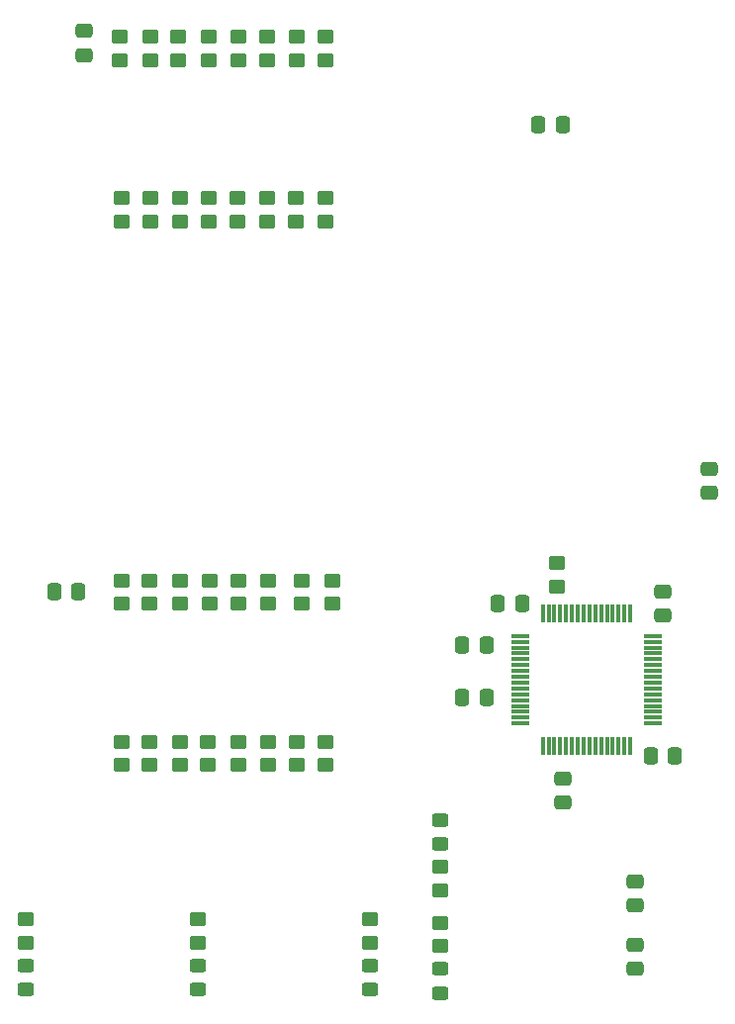
<source format=gbr>
%TF.GenerationSoftware,KiCad,Pcbnew,8.0.3*%
%TF.CreationDate,2024-08-01T08:19:37+01:00*%
%TF.ProjectId,controller,636f6e74-726f-46c6-9c65-722e6b696361,rev?*%
%TF.SameCoordinates,Original*%
%TF.FileFunction,Paste,Top*%
%TF.FilePolarity,Positive*%
%FSLAX46Y46*%
G04 Gerber Fmt 4.6, Leading zero omitted, Abs format (unit mm)*
G04 Created by KiCad (PCBNEW 8.0.3) date 2024-08-01 08:19:37*
%MOMM*%
%LPD*%
G01*
G04 APERTURE LIST*
G04 Aperture macros list*
%AMRoundRect*
0 Rectangle with rounded corners*
0 $1 Rounding radius*
0 $2 $3 $4 $5 $6 $7 $8 $9 X,Y pos of 4 corners*
0 Add a 4 corners polygon primitive as box body*
4,1,4,$2,$3,$4,$5,$6,$7,$8,$9,$2,$3,0*
0 Add four circle primitives for the rounded corners*
1,1,$1+$1,$2,$3*
1,1,$1+$1,$4,$5*
1,1,$1+$1,$6,$7*
1,1,$1+$1,$8,$9*
0 Add four rect primitives between the rounded corners*
20,1,$1+$1,$2,$3,$4,$5,0*
20,1,$1+$1,$4,$5,$6,$7,0*
20,1,$1+$1,$6,$7,$8,$9,0*
20,1,$1+$1,$8,$9,$2,$3,0*%
G04 Aperture macros list end*
%ADD10RoundRect,0.250000X0.450000X-0.350000X0.450000X0.350000X-0.450000X0.350000X-0.450000X-0.350000X0*%
%ADD11RoundRect,0.250000X-0.450000X0.350000X-0.450000X-0.350000X0.450000X-0.350000X0.450000X0.350000X0*%
%ADD12RoundRect,0.250000X0.450000X-0.325000X0.450000X0.325000X-0.450000X0.325000X-0.450000X-0.325000X0*%
%ADD13RoundRect,0.250000X-0.337500X-0.475000X0.337500X-0.475000X0.337500X0.475000X-0.337500X0.475000X0*%
%ADD14RoundRect,0.250000X-0.475000X0.337500X-0.475000X-0.337500X0.475000X-0.337500X0.475000X0.337500X0*%
%ADD15RoundRect,0.250000X0.337500X0.475000X-0.337500X0.475000X-0.337500X-0.475000X0.337500X-0.475000X0*%
%ADD16RoundRect,0.250000X0.475000X-0.337500X0.475000X0.337500X-0.475000X0.337500X-0.475000X-0.337500X0*%
%ADD17RoundRect,0.250000X-0.450000X0.325000X-0.450000X-0.325000X0.450000X-0.325000X0.450000X0.325000X0*%
%ADD18RoundRect,0.075000X-0.700000X-0.075000X0.700000X-0.075000X0.700000X0.075000X-0.700000X0.075000X0*%
%ADD19RoundRect,0.075000X-0.075000X-0.700000X0.075000X-0.700000X0.075000X0.700000X-0.075000X0.700000X0*%
G04 APERTURE END LIST*
D10*
%TO.C,R33*%
X113265000Y-115515000D03*
X113265000Y-113515000D03*
%TD*%
%TO.C,R7*%
X140545000Y-126215000D03*
X140545000Y-124215000D03*
%TD*%
D11*
%TO.C,R35*%
X115665000Y-99715000D03*
X115665000Y-101715000D03*
%TD*%
D12*
%TO.C,D6*%
X140545000Y-122265000D03*
X140545000Y-120215000D03*
%TD*%
D13*
%TO.C,C10*%
X148925000Y-60750000D03*
X151000000Y-60750000D03*
%TD*%
D11*
%TO.C,R14*%
X120725000Y-67015000D03*
X120725000Y-69015000D03*
%TD*%
D13*
%TO.C,C7*%
X142425000Y-109715000D03*
X144500000Y-109715000D03*
%TD*%
D14*
%TO.C,C2*%
X157185000Y-130870000D03*
X157185000Y-132945000D03*
%TD*%
D15*
%TO.C,C5*%
X160620000Y-114715000D03*
X158545000Y-114715000D03*
%TD*%
D10*
%TO.C,R27*%
X128265000Y-115515000D03*
X128265000Y-113515000D03*
%TD*%
D11*
%TO.C,R16*%
X115725000Y-67015000D03*
X115725000Y-69015000D03*
%TD*%
%TO.C,R36*%
X118265000Y-99715000D03*
X118265000Y-101715000D03*
%TD*%
D16*
%TO.C,C8*%
X151045000Y-118752500D03*
X151045000Y-116677500D03*
%TD*%
D10*
%TO.C,R32*%
X115665000Y-115515000D03*
X115665000Y-113515000D03*
%TD*%
%TO.C,R31*%
X118265000Y-115515000D03*
X118265000Y-113515000D03*
%TD*%
D11*
%TO.C,R41*%
X131265000Y-99715000D03*
X131265000Y-101715000D03*
%TD*%
%TO.C,R15*%
X118225000Y-67015000D03*
X118225000Y-69015000D03*
%TD*%
D14*
%TO.C,C4*%
X159545000Y-100640000D03*
X159545000Y-102715000D03*
%TD*%
D17*
%TO.C,D4*%
X105045000Y-132665000D03*
X105045000Y-134715000D03*
%TD*%
D10*
%TO.C,R26*%
X130665000Y-115515000D03*
X130665000Y-113515000D03*
%TD*%
D17*
%TO.C,D5*%
X140545000Y-132966000D03*
X140545000Y-135016000D03*
%TD*%
D11*
%TO.C,R10*%
X130725000Y-67015000D03*
X130725000Y-69015000D03*
%TD*%
D10*
%TO.C,R3*%
X119795000Y-130715000D03*
X119795000Y-128715000D03*
%TD*%
D11*
%TO.C,R6*%
X140545000Y-129016000D03*
X140545000Y-131016000D03*
%TD*%
D14*
%TO.C,C3*%
X157185000Y-125445000D03*
X157185000Y-127520000D03*
%TD*%
D10*
%TO.C,R19*%
X115725000Y-55215000D03*
X115725000Y-53215000D03*
%TD*%
%TO.C,R25*%
X130725000Y-55215000D03*
X130725000Y-53215000D03*
%TD*%
D17*
%TO.C,D3*%
X134545000Y-132690000D03*
X134545000Y-134740000D03*
%TD*%
D13*
%TO.C,C9*%
X142425000Y-105215000D03*
X144500000Y-105215000D03*
%TD*%
D11*
%TO.C,R12*%
X125725000Y-67015000D03*
X125725000Y-69015000D03*
%TD*%
D10*
%TO.C,R22*%
X123225000Y-55215000D03*
X123225000Y-53215000D03*
%TD*%
D11*
%TO.C,R37*%
X120765000Y-99715000D03*
X120765000Y-101715000D03*
%TD*%
D10*
%TO.C,R23*%
X125725000Y-55215000D03*
X125725000Y-53215000D03*
%TD*%
%TO.C,R4*%
X134545000Y-130740000D03*
X134545000Y-128740000D03*
%TD*%
D18*
%TO.C,U4*%
X147370000Y-104465000D03*
X147370000Y-104965000D03*
X147370000Y-105465000D03*
X147370000Y-105965000D03*
X147370000Y-106465000D03*
X147370000Y-106965000D03*
X147370000Y-107465000D03*
X147370000Y-107965000D03*
X147370000Y-108465000D03*
X147370000Y-108965000D03*
X147370000Y-109465000D03*
X147370000Y-109965000D03*
X147370000Y-110465000D03*
X147370000Y-110965000D03*
X147370000Y-111465000D03*
X147370000Y-111965000D03*
D19*
X149295000Y-113890000D03*
X149795000Y-113890000D03*
X150295000Y-113890000D03*
X150795000Y-113890000D03*
X151295000Y-113890000D03*
X151795000Y-113890000D03*
X152295000Y-113890000D03*
X152795000Y-113890000D03*
X153295000Y-113890000D03*
X153795000Y-113890000D03*
X154295000Y-113890000D03*
X154795000Y-113890000D03*
X155295000Y-113890000D03*
X155795000Y-113890000D03*
X156295000Y-113890000D03*
X156795000Y-113890000D03*
D18*
X158720000Y-111965000D03*
X158720000Y-111465000D03*
X158720000Y-110965000D03*
X158720000Y-110465000D03*
X158720000Y-109965000D03*
X158720000Y-109465000D03*
X158720000Y-108965000D03*
X158720000Y-108465000D03*
X158720000Y-107965000D03*
X158720000Y-107465000D03*
X158720000Y-106965000D03*
X158720000Y-106465000D03*
X158720000Y-105965000D03*
X158720000Y-105465000D03*
X158720000Y-104965000D03*
X158720000Y-104465000D03*
D19*
X156795000Y-102540000D03*
X156295000Y-102540000D03*
X155795000Y-102540000D03*
X155295000Y-102540000D03*
X154795000Y-102540000D03*
X154295000Y-102540000D03*
X153795000Y-102540000D03*
X153295000Y-102540000D03*
X152795000Y-102540000D03*
X152295000Y-102540000D03*
X151795000Y-102540000D03*
X151295000Y-102540000D03*
X150795000Y-102540000D03*
X150295000Y-102540000D03*
X149795000Y-102540000D03*
X149295000Y-102540000D03*
%TD*%
D11*
%TO.C,R40*%
X128665000Y-99715000D03*
X128665000Y-101715000D03*
%TD*%
D10*
%TO.C,R5*%
X105045000Y-130715000D03*
X105045000Y-128715000D03*
%TD*%
%TO.C,R21*%
X120725000Y-55215000D03*
X120725000Y-53215000D03*
%TD*%
D11*
%TO.C,R34*%
X113265000Y-99715000D03*
X113265000Y-101715000D03*
%TD*%
D10*
%TO.C,R9*%
X150545000Y-100215000D03*
X150545000Y-98215000D03*
%TD*%
D11*
%TO.C,R13*%
X123125000Y-67015000D03*
X123125000Y-69015000D03*
%TD*%
D10*
%TO.C,R2*%
X123265000Y-115515000D03*
X123265000Y-113515000D03*
%TD*%
D13*
%TO.C,C12*%
X107470000Y-100715000D03*
X109545000Y-100715000D03*
%TD*%
D10*
%TO.C,R1*%
X125765000Y-115515000D03*
X125765000Y-113515000D03*
%TD*%
%TO.C,R30*%
X120665000Y-115515000D03*
X120665000Y-113515000D03*
%TD*%
%TO.C,R24*%
X128225000Y-55215000D03*
X128225000Y-53215000D03*
%TD*%
D11*
%TO.C,R17*%
X113225000Y-67015000D03*
X113225000Y-69015000D03*
%TD*%
D17*
%TO.C,D2*%
X119795000Y-132665000D03*
X119795000Y-134715000D03*
%TD*%
D10*
%TO.C,R18*%
X113125000Y-55215000D03*
X113125000Y-53215000D03*
%TD*%
%TO.C,R20*%
X118125000Y-55215000D03*
X118125000Y-53215000D03*
%TD*%
D11*
%TO.C,R38*%
X123265000Y-99715000D03*
X123265000Y-101715000D03*
%TD*%
D13*
%TO.C,C6*%
X145470000Y-101715000D03*
X147545000Y-101715000D03*
%TD*%
D11*
%TO.C,R11*%
X128125000Y-67015000D03*
X128125000Y-69015000D03*
%TD*%
%TO.C,R39*%
X125765000Y-99715000D03*
X125765000Y-101715000D03*
%TD*%
D14*
%TO.C,C14*%
X110045000Y-52715000D03*
X110045000Y-54790000D03*
%TD*%
%TO.C,C1*%
X163545000Y-90140000D03*
X163545000Y-92215000D03*
%TD*%
M02*

</source>
